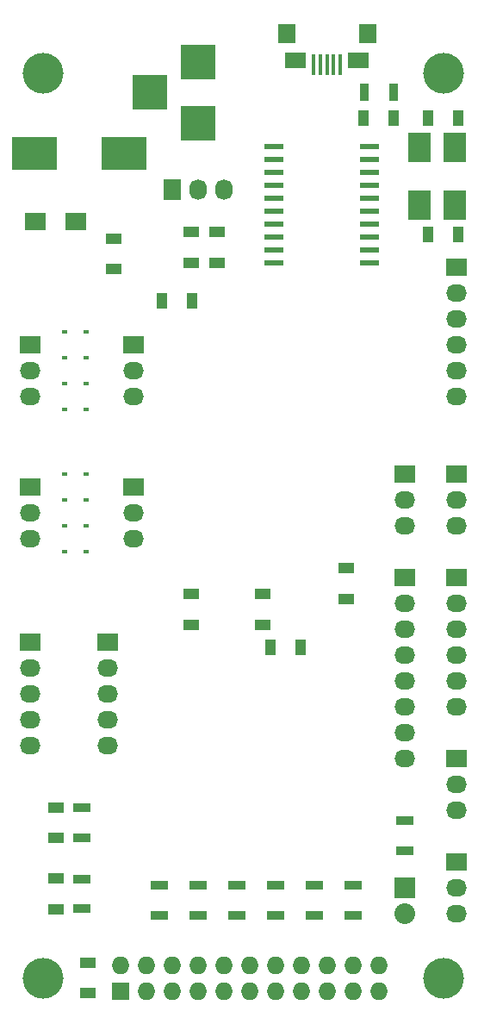
<source format=gbs>
G04 #@! TF.FileFunction,Soldermask,Bot*
%FSLAX46Y46*%
G04 Gerber Fmt 4.6, Leading zero omitted, Abs format (unit mm)*
G04 Created by KiCad (PCBNEW (2015-04-05 BZR 5576)-product) date Mon 06 Apr 2015 21:27:06 SAST*
%MOMM*%
G01*
G04 APERTURE LIST*
%ADD10C,0.100000*%
%ADD11R,1.600000X1.000000*%
%ADD12R,1.000000X1.600000*%
%ADD13R,0.400000X2.000000*%
%ADD14R,2.100000X1.600000*%
%ADD15R,1.800000X1.900000*%
%ADD16R,3.500120X3.500120*%
%ADD17R,4.500880X3.299460*%
%ADD18R,4.498340X3.299460*%
%ADD19R,0.590000X0.450000*%
%ADD20R,2.000000X1.700000*%
%ADD21R,1.727200X2.032000*%
%ADD22O,1.727200X2.032000*%
%ADD23R,2.032000X1.727200*%
%ADD24O,2.032000X1.727200*%
%ADD25R,1.727200X1.727200*%
%ADD26O,1.727200X1.727200*%
%ADD27R,2.032000X2.032000*%
%ADD28O,2.032000X2.032000*%
%ADD29R,1.700000X0.900000*%
%ADD30R,0.900000X1.700000*%
%ADD31R,1.950000X0.600000*%
%ADD32R,2.300000X3.000000*%
%ADD33C,4.000000*%
G04 APERTURE END LIST*
D10*
D11*
X133985000Y-65635000D03*
X133985000Y-62635000D03*
X121285000Y-137390000D03*
X121285000Y-134390000D03*
X131445000Y-101195000D03*
X131445000Y-98195000D03*
X138430000Y-101195000D03*
X138430000Y-98195000D03*
X131445000Y-62635000D03*
X131445000Y-65635000D03*
X118110000Y-129135000D03*
X118110000Y-126135000D03*
X118110000Y-119150000D03*
X118110000Y-122150000D03*
D12*
X157710000Y-51435000D03*
X154710000Y-51435000D03*
X154710000Y-62865000D03*
X157710000Y-62865000D03*
X151360000Y-51435000D03*
X148360000Y-51435000D03*
D11*
X146685000Y-95655000D03*
X146685000Y-98655000D03*
D12*
X128548000Y-69342000D03*
X131548000Y-69342000D03*
D11*
X123825000Y-63270000D03*
X123825000Y-66270000D03*
D13*
X143480000Y-46170000D03*
X144130000Y-46170000D03*
X144780000Y-46170000D03*
X145430000Y-46170000D03*
X146080000Y-46170000D03*
D14*
X147880000Y-45720000D03*
X141680000Y-45720000D03*
D15*
X148780000Y-43170000D03*
X140780000Y-43170000D03*
D16*
X132080000Y-51920140D03*
X132080000Y-45920660D03*
X127381000Y-48920400D03*
D17*
X124795280Y-54864000D03*
D18*
X115996720Y-54864000D03*
D19*
X118960000Y-77470000D03*
X121070000Y-77470000D03*
X121070000Y-80010000D03*
X118960000Y-80010000D03*
X118960000Y-91440000D03*
X121070000Y-91440000D03*
X121070000Y-93980000D03*
X118960000Y-93980000D03*
X118960000Y-74930000D03*
X121070000Y-74930000D03*
X121070000Y-72390000D03*
X118960000Y-72390000D03*
X118960000Y-88900000D03*
X121070000Y-88900000D03*
X121070000Y-86360000D03*
X118960000Y-86360000D03*
D20*
X116110000Y-61595000D03*
X120110000Y-61595000D03*
D21*
X129540000Y-58420000D03*
D22*
X132080000Y-58420000D03*
X134620000Y-58420000D03*
D23*
X125730000Y-73660000D03*
D24*
X125730000Y-76200000D03*
X125730000Y-78740000D03*
D23*
X115570000Y-73660000D03*
D24*
X115570000Y-76200000D03*
X115570000Y-78740000D03*
D23*
X115570000Y-87630000D03*
D24*
X115570000Y-90170000D03*
X115570000Y-92710000D03*
D23*
X125730000Y-87630000D03*
D24*
X125730000Y-90170000D03*
X125730000Y-92710000D03*
D23*
X157480000Y-114300000D03*
D24*
X157480000Y-116840000D03*
X157480000Y-119380000D03*
D23*
X157480000Y-124460000D03*
D24*
X157480000Y-127000000D03*
X157480000Y-129540000D03*
D23*
X152400000Y-96520000D03*
D24*
X152400000Y-99060000D03*
X152400000Y-101600000D03*
X152400000Y-104140000D03*
X152400000Y-106680000D03*
X152400000Y-109220000D03*
X152400000Y-111760000D03*
X152400000Y-114300000D03*
D25*
X124460000Y-137160000D03*
D26*
X124460000Y-134620000D03*
X127000000Y-137160000D03*
X127000000Y-134620000D03*
X129540000Y-137160000D03*
X129540000Y-134620000D03*
X132080000Y-137160000D03*
X132080000Y-134620000D03*
X134620000Y-137160000D03*
X134620000Y-134620000D03*
X137160000Y-137160000D03*
X137160000Y-134620000D03*
X139700000Y-137160000D03*
X139700000Y-134620000D03*
X142240000Y-137160000D03*
X142240000Y-134620000D03*
X144780000Y-137160000D03*
X144780000Y-134620000D03*
X147320000Y-137160000D03*
X147320000Y-134620000D03*
X149860000Y-137160000D03*
X149860000Y-134620000D03*
D23*
X157480000Y-86360000D03*
D24*
X157480000Y-88900000D03*
X157480000Y-91440000D03*
D27*
X152400000Y-127000000D03*
D28*
X152400000Y-129540000D03*
D23*
X157480000Y-96520000D03*
D24*
X157480000Y-99060000D03*
X157480000Y-101600000D03*
X157480000Y-104140000D03*
X157480000Y-106680000D03*
X157480000Y-109220000D03*
D23*
X157480000Y-66040000D03*
D24*
X157480000Y-68580000D03*
X157480000Y-71120000D03*
X157480000Y-73660000D03*
X157480000Y-76200000D03*
X157480000Y-78740000D03*
D29*
X128270000Y-129720000D03*
X128270000Y-126820000D03*
X120650000Y-129085000D03*
X120650000Y-126185000D03*
X132080000Y-129720000D03*
X132080000Y-126820000D03*
X135890000Y-129720000D03*
X135890000Y-126820000D03*
X139700000Y-129720000D03*
X139700000Y-126820000D03*
X143510000Y-129720000D03*
X143510000Y-126820000D03*
X120650000Y-119200000D03*
X120650000Y-122100000D03*
X147320000Y-129720000D03*
X147320000Y-126820000D03*
X152400000Y-120470000D03*
X152400000Y-123370000D03*
D30*
X151310000Y-48895000D03*
X148410000Y-48895000D03*
D31*
X148972000Y-54229000D03*
X148972000Y-55499000D03*
X148972000Y-56769000D03*
X148972000Y-58039000D03*
X148972000Y-59309000D03*
X148972000Y-60579000D03*
X148972000Y-61849000D03*
X148972000Y-63119000D03*
X148972000Y-64389000D03*
X148972000Y-65659000D03*
X139572000Y-65659000D03*
X139572000Y-64389000D03*
X139572000Y-63119000D03*
X139572000Y-61849000D03*
X139572000Y-60579000D03*
X139572000Y-59309000D03*
X139572000Y-58039000D03*
X139572000Y-56769000D03*
X139572000Y-55499000D03*
X139572000Y-54229000D03*
D32*
X153825000Y-54350000D03*
X157325000Y-59950000D03*
X153825000Y-59950000D03*
X157325000Y-54350000D03*
D33*
X116840000Y-135890000D03*
X156210000Y-46990000D03*
X116840000Y-46990000D03*
X156210000Y-135890000D03*
D23*
X115570000Y-102870000D03*
D24*
X115570000Y-105410000D03*
X115570000Y-107950000D03*
X115570000Y-110490000D03*
X115570000Y-113030000D03*
D23*
X123190000Y-102870000D03*
D24*
X123190000Y-105410000D03*
X123190000Y-107950000D03*
X123190000Y-110490000D03*
X123190000Y-113030000D03*
D23*
X152400000Y-86360000D03*
D24*
X152400000Y-88900000D03*
X152400000Y-91440000D03*
D12*
X142216000Y-103378000D03*
X139216000Y-103378000D03*
M02*

</source>
